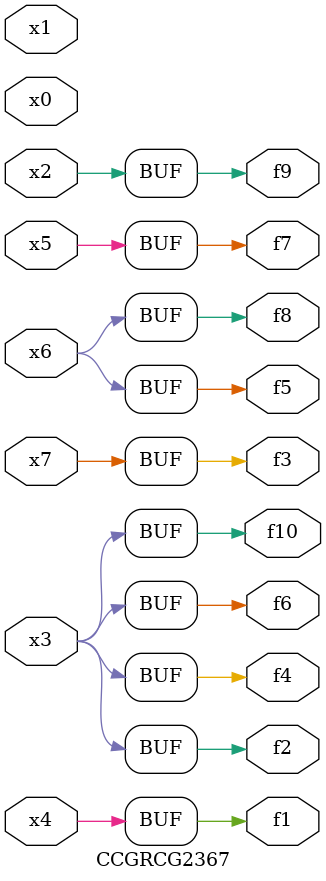
<source format=v>
module CCGRCG2367(
	input x0, x1, x2, x3, x4, x5, x6, x7,
	output f1, f2, f3, f4, f5, f6, f7, f8, f9, f10
);
	assign f1 = x4;
	assign f2 = x3;
	assign f3 = x7;
	assign f4 = x3;
	assign f5 = x6;
	assign f6 = x3;
	assign f7 = x5;
	assign f8 = x6;
	assign f9 = x2;
	assign f10 = x3;
endmodule

</source>
